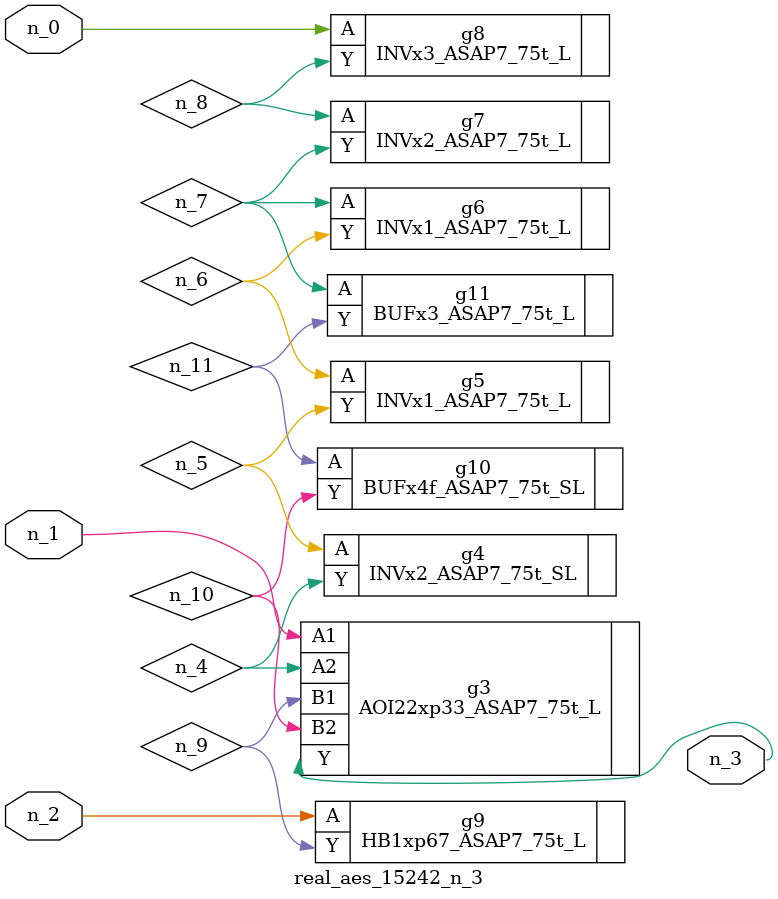
<source format=v>
module real_aes_15242_n_3 (n_0, n_2, n_1, n_3);
input n_0;
input n_2;
input n_1;
output n_3;
wire n_4;
wire n_5;
wire n_7;
wire n_9;
wire n_6;
wire n_8;
wire n_10;
wire n_11;
INVx3_ASAP7_75t_L g8 ( .A(n_0), .Y(n_8) );
AOI22xp33_ASAP7_75t_L g3 ( .A1(n_1), .A2(n_4), .B1(n_9), .B2(n_10), .Y(n_3) );
HB1xp67_ASAP7_75t_L g9 ( .A(n_2), .Y(n_9) );
INVx2_ASAP7_75t_SL g4 ( .A(n_5), .Y(n_4) );
INVx1_ASAP7_75t_L g5 ( .A(n_6), .Y(n_5) );
INVx1_ASAP7_75t_L g6 ( .A(n_7), .Y(n_6) );
BUFx3_ASAP7_75t_L g11 ( .A(n_7), .Y(n_11) );
INVx2_ASAP7_75t_L g7 ( .A(n_8), .Y(n_7) );
BUFx4f_ASAP7_75t_SL g10 ( .A(n_11), .Y(n_10) );
endmodule
</source>
